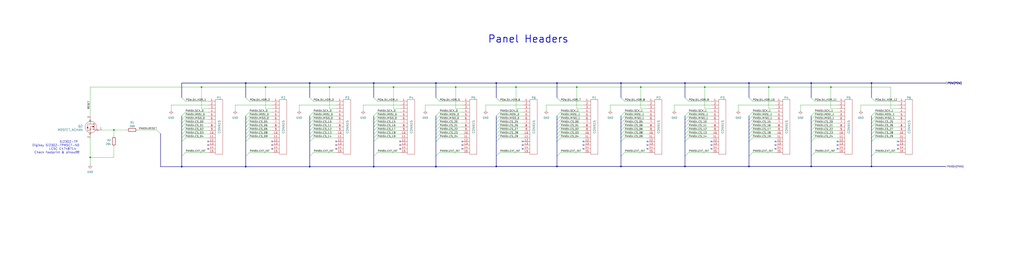
<source format=kicad_sch>
(kicad_sch (version 20230121) (generator eeschema)
  (paper "User" 711.2 190.5)
  (lib_symbols
    (symbol "Device:R" (pin_numbers hide) (pin_names (offset 0))
      (property "Reference" "R" (at 2.032 0 90))
      (property "Value" "R" (at 0 0 90))
      (symbol "R_0_1"
        (rectangle (start -1.016 -2.54) (end 1.016 2.54) (stroke (width 0.254)))
      )
      (symbol "R_1_1"
        (pin passive line (at 0 3.81 270) (length 1.27) (name "~") (number "1"))
        (pin passive line (at 0 -3.81 90) (length 1.27) (name "~") (number "2"))
      )
    )
    (symbol "arena_custom:CONN15" (pin_names (offset 1.016))
      (property "Reference" "P" (at -17.78 6.35 0))
      (property "Value" "CONN15" (at 13.97 6.35 0))
      (symbol "CONN15_0_1"
        (rectangle (start -19.05 5.08) (end 19.05 0))
      )
      (symbol "CONN15_1_1"
        (pin passive line (at -17.78 -5.08 90) (length 5.08) (name "~") (number "1"))
        (pin passive line (at 5.08 -5.08 90) (length 5.08) (name "~") (number "10"))
        (pin passive line (at 7.62 -5.08 90) (length 5.08) (name "~") (number "11"))
        (pin passive line (at 10.16 -5.08 90) (length 5.08) (name "~") (number "12"))
        (pin passive line (at 12.7 -5.08 90) (length 5.08) (name "~") (number "13"))
        (pin passive line (at 15.24 -5.08 90) (length 5.08) (name "~") (number "14"))
        (pin passive line (at 17.78 -5.08 90) (length 5.08) (name "~") (number "15"))
        (pin passive line (at -15.24 -5.08 90) (length 5.08) (name "~") (number "2"))
        (pin passive line (at -12.7 -5.08 90) (length 5.08) (name "~") (number "3"))
        (pin passive line (at -10.16 -5.08 90) (length 5.08) (name "~") (number "4"))
        (pin passive line (at -7.62 -5.08 90) (length 5.08) (name "~") (number "5"))
        (pin passive line (at -5.08 -5.08 90) (length 5.08) (name "~") (number "6"))
        (pin passive line (at -2.54 -5.08 90) (length 5.08) (name "~") (number "7"))
        (pin passive line (at 0 -5.08 90) (length 5.08) (name "~") (number "8"))
        (pin passive line (at 2.54 -5.08 90) (length 5.08) (name "~") (number "9"))
      )
    )
    (symbol "arena_custom:MOSFET_NCHAN" (pin_names (offset 1.016))
      (property "Reference" "Q" (at -4.826 6.35 0))
      (property "Value" "MOSFET_NCHAN" (at 0.381 -7.62 0))
      (symbol "MOSFET_NCHAN_0_1"
        (circle (center -0.508 2.032) (radius 3.9624))
        (polyline (pts (xy -6.858 0) (xy -5.842 0)))
        (polyline (pts (xy -2.54 0) (xy -2.54 1.016)) (stroke (width 0.254)))
        (polyline (pts (xy -2.54 1.778) (xy -2.54 2.794)) (stroke (width 0.254)))
        (polyline (pts (xy -2.54 3.556) (xy -2.54 4.572)) (stroke (width 0.254)))
        (polyline (pts (xy -0.254 4.064) (xy -2.54 4.064)))
        (polyline (pts (xy 0 -4.318) (xy 0 -1.524)))
        (polyline (pts (xy 0 0.508) (xy 0 -1.524)))
        (polyline (pts (xy 0 8.255) (xy 0 4.064)))
        (polyline (pts (xy 1.27 2.032) (xy 2.286 2.032)))
        (polyline (pts (xy -6.096 0) (xy -3.048 0) (xy -3.048 4.572)))
        (polyline (pts (xy -2.54 0.508) (xy 0 0.508) (xy 0 2.286) (xy -1.778 2.286)))
        (polyline (pts (xy -2.54 2.286) (xy -1.778 2.794) (xy -1.778 1.778) (xy -2.54 2.286)) (fill (type outline)))
        (polyline (pts (xy 0 -0.508) (xy 1.778 -0.508) (xy 1.778 4.064) (xy -0.254 4.064)))
        (polyline (pts (xy 1.778 2.032) (xy 1.27 1.27) (xy 2.286 1.27) (xy 1.778 2.032)) (fill (type outline)))
        (circle (center 0 0.508) (radius 0.254) (fill (type outline)))
      )
      (symbol "MOSFET_NCHAN_1_1"
        (pin input line (at -8.128 0 0) (length 1.27) (name "G") (number "1"))
        (pin input line (at 0 -5.588 90) (length 1.27) (name "S") (number "2"))
        (pin input line (at 0 9.525 270) (length 1.27) (name "D") (number "3"))
      )
    )
    (symbol "power:GND" (power) (pin_names (offset 0))
      (property "Value" "GND" (at 0 -3.81 0))
      (symbol "GND_0_1"
        (polyline (pts (xy 0 0) (xy 0 -1.27) (xy 1.27 -1.27) (xy 0 -2.54) (xy -1.27 -1.27) (xy 0 -1.27)))
      )
      (symbol "GND_1_1"
        (pin power_in line (at 0 0 270) (length 0) hide (name "GND") (number "1"))
      )
    )
  )
  (bus_alias "PAN" (members "RESET" "SCK_0" "MOSI_0" "MISO_0" "SCK_1" "MOSI_1" "MISO_1" "CS_00" "CS_01" "CS_02" "CS_03" "CS_04" "CS_05" "CS_06" "CS_07" "CS_08" "CS_09" "CS_10" "CS_11" "CS_12" "CS_13" "CS_14" "CS_15" "CS_16" "CS_17" "CS_18" "CS_19" "CS_20" "CS_21" "CS_22" "CS_23" "CS_24" "CS_25" "CS_26" "CS_27" "CS_28" "CS_29" "EXT_INT"))
  (junction (at 259.588 57.785))
  (junction (at 386.842 57.785))
  (junction (at 431.292 115.824))
  (junction (at 316.484 60.579))
  (junction (at 475.742 115.824))
  (junction (at 563.372 57.785))
  (junction (at 386.842 115.824))
  (junction (at 62.611 109.474))
  (junction (at 215.138 115.951))
  (junction (at 563.372 115.824))
  (junction (at 139.954 60.579))
  (junction (at 79.121 90.424))
  (junction (at 520.192 115.824))
  (junction (at 184.404 60.579))
  (junction (at 445.008 60.579))
  (junction (at 170.688 115.951))
  (junction (at 577.088 60.579))
  (junction (at 273.304 60.579))
  (junction (at 489.458 60.579))
  (junction (at 520.192 57.785))
  (junction (at 344.678 115.824))
  (junction (at 302.768 57.785))
  (junction (at 431.292 57.785))
  (junction (at 533.908 60.579))
  (junction (at 475.742 57.785))
  (junction (at 215.138 57.785))
  (junction (at 126.238 115.951))
  (junction (at 358.394 60.579))
  (junction (at 228.854 60.579))
  (junction (at 605.282 115.824))
  (junction (at 605.282 57.785))
  (junction (at 170.688 57.785))
  (junction (at 344.678 57.785))
  (junction (at 400.558 60.579))
  (junction (at 259.588 115.951))
  (junction (at 302.768 115.951))
  (no_connect (at 144.526 100.965))
  (no_connect (at 623.57 103.505))
  (no_connect (at 581.66 98.425))
  (no_connect (at 623.57 98.425))
  (no_connect (at 321.056 103.505))
  (no_connect (at 494.03 103.505))
  (no_connect (at 581.66 103.505))
  (no_connect (at 321.056 100.965))
  (no_connect (at 405.13 98.425))
  (no_connect (at 449.58 103.505))
  (no_connect (at 188.976 100.965))
  (no_connect (at 233.426 103.505))
  (no_connect (at 538.48 103.505))
  (no_connect (at 581.66 100.965))
  (no_connect (at 144.526 103.505))
  (no_connect (at 362.966 98.425))
  (no_connect (at 449.58 100.965))
  (no_connect (at 188.976 98.425))
  (no_connect (at 233.426 98.425))
  (no_connect (at 538.48 100.965))
  (no_connect (at 362.966 100.965))
  (no_connect (at 623.57 100.965))
  (no_connect (at 494.03 98.425))
  (no_connect (at 494.03 100.965))
  (no_connect (at 233.426 100.965))
  (no_connect (at 449.58 98.425))
  (no_connect (at 277.876 100.965))
  (no_connect (at 538.48 98.425))
  (no_connect (at 405.13 100.965))
  (no_connect (at 405.13 103.505))
  (no_connect (at 144.526 98.425))
  (no_connect (at 188.976 103.505))
  (no_connect (at 277.876 103.505))
  (no_connect (at 362.966 103.505))
  (no_connect (at 277.876 98.425))
  (no_connect (at 321.056 98.425))
  (bus_entry (at 563.372 88.265) (size 2.54 -2.54))
  (bus_entry (at 386.842 83.185) (size 2.54 -2.54))
  (bus_entry (at 302.768 80.645) (size 2.54 -2.54))
  (bus_entry (at 386.842 67.945) (size 2.54 2.54))
  (bus_entry (at 605.282 85.725) (size 2.54 -2.54))
  (bus_entry (at 475.742 98.425) (size 2.54 -2.54))
  (bus_entry (at 605.282 88.265) (size 2.54 -2.54))
  (bus_entry (at 344.678 90.805) (size 2.54 -2.54))
  (bus_entry (at 170.688 85.725) (size 2.54 -2.54))
  (bus_entry (at 259.588 98.425) (size 2.54 -2.54))
  (bus_entry (at 520.192 95.885) (size 2.54 -2.54))
  (bus_entry (at 126.238 85.725) (size 2.54 -2.54))
  (bus_entry (at 215.138 90.805) (size 2.54 -2.54))
  (bus_entry (at 215.138 98.425) (size 2.54 -2.54))
  (bus_entry (at 563.372 108.585) (size 2.54 -2.54))
  (bus_entry (at 126.238 80.645) (size 2.54 -2.54))
  (bus_entry (at 126.238 67.945) (size 2.54 2.54))
  (bus_entry (at 475.742 90.805) (size 2.54 -2.54))
  (bus_entry (at 605.282 80.645) (size 2.54 -2.54))
  (bus_entry (at 170.688 93.345) (size 2.54 -2.54))
  (bus_entry (at 520.192 83.185) (size 2.54 -2.54))
  (bus_entry (at 259.588 90.805) (size 2.54 -2.54))
  (bus_entry (at 170.688 95.885) (size 2.54 -2.54))
  (bus_entry (at 475.742 80.645) (size 2.54 -2.54))
  (bus_entry (at 431.292 98.425) (size 2.54 -2.54))
  (bus_entry (at 344.678 80.645) (size 2.54 -2.54))
  (bus_entry (at 344.678 85.725) (size 2.54 -2.54))
  (bus_entry (at 344.678 93.345) (size 2.54 -2.54))
  (bus_entry (at 386.842 88.265) (size 2.54 -2.54))
  (bus_entry (at 431.292 85.725) (size 2.54 -2.54))
  (bus_entry (at 215.138 80.645) (size 2.54 -2.54))
  (bus_entry (at 302.768 93.345) (size 2.54 -2.54))
  (bus_entry (at 126.238 95.885) (size 2.54 -2.54))
  (bus_entry (at 520.192 67.945) (size 2.54 2.54))
  (bus_entry (at 170.688 98.425) (size 2.54 -2.54))
  (bus_entry (at 475.742 85.725) (size 2.54 -2.54))
  (bus_entry (at 215.138 93.345) (size 2.54 -2.54))
  (bus_entry (at 386.842 95.885) (size 2.54 -2.54))
  (bus_entry (at 344.678 108.585) (size 2.54 -2.54))
  (bus_entry (at 563.372 95.885) (size 2.54 -2.54))
  (bus_entry (at 259.588 80.645) (size 2.54 -2.54))
  (bus_entry (at 215.138 88.265) (size 2.54 -2.54))
  (bus_entry (at 386.842 98.425) (size 2.54 -2.54))
  (bus_entry (at 475.742 95.885) (size 2.54 -2.54))
  (bus_entry (at 386.842 93.345) (size 2.54 -2.54))
  (bus_entry (at 170.688 108.585) (size 2.54 -2.54))
  (bus_entry (at 215.138 85.725) (size 2.54 -2.54))
  (bus_entry (at 111.506 92.964) (size -2.54 -2.54))
  (bus_entry (at 475.742 108.585) (size 2.54 -2.54))
  (bus_entry (at 563.372 83.185) (size 2.54 -2.54))
  (bus_entry (at 302.768 95.885) (size 2.54 -2.54))
  (bus_entry (at 302.768 108.585) (size 2.54 -2.54))
  (bus_entry (at 344.678 83.185) (size 2.54 -2.54))
  (bus_entry (at 431.292 93.345) (size 2.54 -2.54))
  (bus_entry (at 259.588 93.345) (size 2.54 -2.54))
  (bus_entry (at 344.678 98.425) (size 2.54 -2.54))
  (bus_entry (at 605.282 83.185) (size 2.54 -2.54))
  (bus_entry (at 215.138 95.885) (size 2.54 -2.54))
  (bus_entry (at 605.282 108.585) (size 2.54 -2.54))
  (bus_entry (at 431.292 80.645) (size 2.54 -2.54))
  (bus_entry (at 475.742 83.185) (size 2.54 -2.54))
  (bus_entry (at 126.238 83.185) (size 2.54 -2.54))
  (bus_entry (at 302.768 98.425) (size 2.54 -2.54))
  (bus_entry (at 259.588 85.725) (size 2.54 -2.54))
  (bus_entry (at 344.678 67.945) (size 2.54 2.54))
  (bus_entry (at 431.292 67.945) (size 2.54 2.54))
  (bus_entry (at 520.192 93.345) (size 2.54 -2.54))
  (bus_entry (at 126.238 90.805) (size 2.54 -2.54))
  (bus_entry (at 259.588 67.945) (size 2.54 2.54))
  (bus_entry (at 344.678 95.885) (size 2.54 -2.54))
  (bus_entry (at 605.282 98.425) (size 2.54 -2.54))
  (bus_entry (at 344.678 88.265) (size 2.54 -2.54))
  (bus_entry (at 431.292 88.265) (size 2.54 -2.54))
  (bus_entry (at 563.372 98.425) (size 2.54 -2.54))
  (bus_entry (at 475.742 67.945) (size 2.54 2.54))
  (bus_entry (at 520.192 98.425) (size 2.54 -2.54))
  (bus_entry (at 563.372 90.805) (size 2.54 -2.54))
  (bus_entry (at 170.688 83.185) (size 2.54 -2.54))
  (bus_entry (at 475.742 93.345) (size 2.54 -2.54))
  (bus_entry (at 170.688 90.805) (size 2.54 -2.54))
  (bus_entry (at 386.842 108.585) (size 2.54 -2.54))
  (bus_entry (at 259.588 88.265) (size 2.54 -2.54))
  (bus_entry (at 259.588 95.885) (size 2.54 -2.54))
  (bus_entry (at 520.192 88.265) (size 2.54 -2.54))
  (bus_entry (at 126.238 88.265) (size 2.54 -2.54))
  (bus_entry (at 563.372 67.945) (size 2.54 2.54))
  (bus_entry (at 302.768 67.945) (size 2.54 2.54))
  (bus_entry (at 215.138 108.585) (size 2.54 -2.54))
  (bus_entry (at 302.768 90.805) (size 2.54 -2.54))
  (bus_entry (at 475.742 88.265) (size 2.54 -2.54))
  (bus_entry (at 563.372 93.345) (size 2.54 -2.54))
  (bus_entry (at 605.282 95.885) (size 2.54 -2.54))
  (bus_entry (at 126.238 98.425) (size 2.54 -2.54))
  (bus_entry (at 126.238 93.345) (size 2.54 -2.54))
  (bus_entry (at 431.292 90.805) (size 2.54 -2.54))
  (bus_entry (at 170.688 88.265) (size 2.54 -2.54))
  (bus_entry (at 431.292 83.185) (size 2.54 -2.54))
  (bus_entry (at 563.372 80.645) (size 2.54 -2.54))
  (bus_entry (at 259.588 108.585) (size 2.54 -2.54))
  (bus_entry (at 215.138 83.185) (size 2.54 -2.54))
  (bus_entry (at 520.192 108.585) (size 2.54 -2.54))
  (bus_entry (at 302.768 85.725) (size 2.54 -2.54))
  (bus_entry (at 126.238 108.585) (size 2.54 -2.54))
  (bus_entry (at 386.842 85.725) (size 2.54 -2.54))
  (bus_entry (at 520.192 80.645) (size 2.54 -2.54))
  (bus_entry (at 170.688 67.945) (size 2.54 2.54))
  (bus_entry (at 386.842 80.645) (size 2.54 -2.54))
  (bus_entry (at 431.292 95.885) (size 2.54 -2.54))
  (bus_entry (at 605.282 93.345) (size 2.54 -2.54))
  (bus_entry (at 520.192 90.805) (size 2.54 -2.54))
  (bus_entry (at 302.768 83.185) (size 2.54 -2.54))
  (bus_entry (at 605.282 90.805) (size 2.54 -2.54))
  (bus_entry (at 259.588 83.185) (size 2.54 -2.54))
  (bus_entry (at 170.688 80.645) (size 2.54 -2.54))
  (bus_entry (at 431.292 108.585) (size 2.54 -2.54))
  (bus_entry (at 605.282 67.945) (size 2.54 2.54))
  (bus_entry (at 386.842 90.805) (size 2.54 -2.54))
  (bus_entry (at 563.372 85.725) (size 2.54 -2.54))
  (bus_entry (at 215.138 67.945) (size 2.54 2.54))
  (bus_entry (at 302.768 88.265) (size 2.54 -2.54))
  (bus_entry (at 520.192 85.725) (size 2.54 -2.54))
  (wire (pts (xy 184.404 75.565) (xy 184.404 60.579)))
  (wire (pts (xy 565.912 95.885) (xy 581.66 95.885)))
  (bus (pts (xy 259.588 115.951) (xy 302.768 115.951)))
  (bus (pts (xy 170.688 115.951) (xy 215.138 115.951)))
  (wire (pts (xy 305.308 93.345) (xy 321.056 93.345)))
  (bus (pts (xy 111.506 92.964) (xy 111.506 115.951)))
  (wire (pts (xy 597.916 73.025) (xy 623.57 73.025)))
  (bus (pts (xy 259.588 115.951) (xy 259.588 108.585)))
  (wire (pts (xy 533.908 75.565) (xy 533.908 60.579)))
  (wire (pts (xy 556.006 73.025) (xy 556.006 76.835)))
  (wire (pts (xy 433.832 93.345) (xy 449.58 93.345)))
  (bus (pts (xy 126.238 83.185) (xy 126.238 85.725)))
  (wire (pts (xy 478.282 88.265) (xy 494.03 88.265)))
  (bus (pts (xy 431.292 88.265) (xy 431.292 90.805)))
  (bus (pts (xy 475.742 88.265) (xy 475.742 90.805)))
  (wire (pts (xy 108.966 90.424) (xy 95.631 90.424)))
  (bus (pts (xy 215.138 90.805) (xy 215.138 93.345)))
  (bus (pts (xy 605.282 85.725) (xy 605.282 88.265)))
  (bus (pts (xy 170.688 95.885) (xy 170.688 98.425)))
  (bus (pts (xy 475.742 80.645) (xy 475.742 83.185)))
  (wire (pts (xy 262.128 95.885) (xy 277.876 95.885)))
  (bus (pts (xy 563.372 85.725) (xy 563.372 88.265)))
  (bus (pts (xy 126.238 95.885) (xy 126.238 98.425)))
  (bus (pts (xy 563.372 108.585) (xy 563.372 98.425)))
  (wire (pts (xy 433.832 83.185) (xy 449.58 83.185)))
  (bus (pts (xy 302.768 83.185) (xy 302.768 85.725)))
  (bus (pts (xy 386.842 108.585) (xy 386.842 115.824)))
  (wire (pts (xy 295.402 73.025) (xy 295.402 76.835)))
  (bus (pts (xy 386.842 98.425) (xy 386.842 108.585)))
  (wire (pts (xy 252.222 73.025) (xy 252.222 76.835)))
  (bus (pts (xy 520.192 93.345) (xy 520.192 95.885)))
  (wire (pts (xy 478.282 78.105) (xy 494.03 78.105)))
  (bus (pts (xy 344.678 80.645) (xy 344.678 83.185)))
  (bus (pts (xy 215.138 115.951) (xy 215.138 108.585)))
  (wire (pts (xy 565.912 80.645) (xy 581.66 80.645)))
  (wire (pts (xy 128.778 95.885) (xy 144.526 95.885)))
  (bus (pts (xy 520.192 108.585) (xy 520.192 98.425)))
  (bus (pts (xy 520.192 83.185) (xy 520.192 85.725)))
  (wire (pts (xy 305.308 106.045) (xy 321.056 106.045)))
  (bus (pts (xy 302.768 57.785) (xy 302.768 67.945)))
  (wire (pts (xy 305.308 90.805) (xy 321.056 90.805)))
  (wire (pts (xy 478.282 80.645) (xy 494.03 80.645)))
  (wire (pts (xy 62.611 109.474) (xy 62.611 114.554)))
  (bus (pts (xy 259.588 93.345) (xy 259.588 95.885)))
  (wire (pts (xy 173.228 70.485) (xy 188.976 70.485)))
  (wire (pts (xy 362.966 75.565) (xy 358.394 75.565)))
  (bus (pts (xy 386.842 88.265) (xy 386.842 90.805)))
  (wire (pts (xy 277.876 75.565) (xy 273.304 75.565)))
  (bus (pts (xy 431.292 80.645) (xy 431.292 83.185)))
  (wire (pts (xy 128.778 80.645) (xy 144.526 80.645)))
  (wire (pts (xy 445.008 75.565) (xy 445.008 60.579)))
  (wire (pts (xy 217.678 78.105) (xy 233.426 78.105)))
  (bus (pts (xy 344.678 115.824) (xy 386.842 115.824)))
  (wire (pts (xy 262.128 93.345) (xy 277.876 93.345)))
  (bus (pts (xy 302.768 90.805) (xy 302.768 93.345)))
  (wire (pts (xy 347.218 90.805) (xy 362.966 90.805)))
  (wire (pts (xy 389.382 93.345) (xy 405.13 93.345)))
  (bus (pts (xy 475.742 115.824) (xy 520.192 115.824)))
  (wire (pts (xy 478.282 70.485) (xy 494.03 70.485)))
  (wire (pts (xy 607.822 93.345) (xy 623.57 93.345)))
  (wire (pts (xy 128.778 78.105) (xy 144.526 78.105)))
  (bus (pts (xy 170.688 98.425) (xy 170.688 108.585)))
  (wire (pts (xy 316.484 60.579) (xy 358.394 60.579)))
  (wire (pts (xy 337.312 73.025) (xy 362.966 73.025)))
  (bus (pts (xy 431.292 115.824) (xy 475.742 115.824)))
  (wire (pts (xy 607.822 78.105) (xy 623.57 78.105)))
  (bus (pts (xy 344.678 57.785) (xy 344.678 67.945)))
  (wire (pts (xy 522.732 85.725) (xy 538.48 85.725)))
  (wire (pts (xy 433.832 80.645) (xy 449.58 80.645)))
  (wire (pts (xy 173.228 93.345) (xy 188.976 93.345)))
  (wire (pts (xy 128.778 90.805) (xy 144.526 90.805)))
  (wire (pts (xy 522.732 78.105) (xy 538.48 78.105)))
  (bus (pts (xy 259.588 85.725) (xy 259.588 88.265)))
  (wire (pts (xy 389.382 85.725) (xy 405.13 85.725)))
  (wire (pts (xy 468.376 73.025) (xy 468.376 76.835)))
  (bus (pts (xy 302.768 108.585) (xy 302.768 98.425)))
  (wire (pts (xy 184.404 60.579) (xy 228.854 60.579)))
  (wire (pts (xy 217.678 70.485) (xy 233.426 70.485)))
  (bus (pts (xy 215.138 85.725) (xy 215.138 88.265)))
  (bus (pts (xy 386.842 95.885) (xy 386.842 98.425)))
  (wire (pts (xy 273.304 75.565) (xy 273.304 60.579)))
  (wire (pts (xy 128.778 83.185) (xy 144.526 83.185)))
  (wire (pts (xy 522.732 80.645) (xy 538.48 80.645)))
  (bus (pts (xy 605.282 115.824) (xy 656.336 115.824)))
  (wire (pts (xy 173.228 95.885) (xy 188.976 95.885)))
  (bus (pts (xy 520.192 108.585) (xy 520.192 115.824)))
  (bus (pts (xy 605.282 57.785) (xy 656.59 57.785)))
  (wire (pts (xy 478.282 93.345) (xy 494.03 93.345)))
  (wire (pts (xy 445.008 60.579) (xy 489.458 60.579)))
  (bus (pts (xy 431.292 98.425) (xy 431.292 108.585)))
  (bus (pts (xy 344.678 90.805) (xy 344.678 93.345)))
  (wire (pts (xy 522.732 83.185) (xy 538.48 83.185)))
  (wire (pts (xy 565.912 93.345) (xy 581.66 93.345)))
  (bus (pts (xy 386.842 85.725) (xy 386.842 88.265)))
  (bus (pts (xy 386.842 90.805) (xy 386.842 93.345)))
  (wire (pts (xy 207.772 73.025) (xy 233.426 73.025)))
  (wire (pts (xy 228.854 75.565) (xy 228.854 60.579)))
  (wire (pts (xy 347.218 95.885) (xy 362.966 95.885)))
  (wire (pts (xy 262.128 70.485) (xy 277.876 70.485)))
  (wire (pts (xy 128.778 85.725) (xy 144.526 85.725)))
  (wire (pts (xy 347.218 83.185) (xy 362.966 83.185)))
  (wire (pts (xy 347.218 70.485) (xy 362.966 70.485)))
  (wire (pts (xy 173.228 85.725) (xy 188.976 85.725)))
  (wire (pts (xy 565.912 83.185) (xy 581.66 83.185)))
  (wire (pts (xy 538.48 75.565) (xy 533.908 75.565)))
  (bus (pts (xy 431.292 57.785) (xy 431.292 67.945)))
  (bus (pts (xy 215.138 95.885) (xy 215.138 98.425)))
  (wire (pts (xy 305.308 83.185) (xy 321.056 83.185)))
  (bus (pts (xy 605.282 108.585) (xy 605.282 115.824)))
  (bus (pts (xy 520.192 90.805) (xy 520.192 93.345)))
  (bus (pts (xy 170.688 90.805) (xy 170.688 93.345)))
  (bus (pts (xy 386.842 83.185) (xy 386.842 85.725)))
  (bus (pts (xy 344.678 108.585) (xy 344.678 98.425)))
  (bus (pts (xy 215.138 57.785) (xy 259.588 57.785)))
  (bus (pts (xy 431.292 57.785) (xy 475.742 57.785)))
  (bus (pts (xy 215.138 80.645) (xy 215.138 83.185)))
  (bus (pts (xy 605.282 80.645) (xy 605.282 83.185)))
  (bus (pts (xy 126.238 88.265) (xy 126.238 90.805)))
  (bus (pts (xy 520.192 85.725) (xy 520.192 88.265)))
  (wire (pts (xy 565.912 85.725) (xy 581.66 85.725)))
  (bus (pts (xy 215.138 108.585) (xy 215.138 98.425)))
  (bus (pts (xy 563.372 57.785) (xy 605.282 57.785)))
  (wire (pts (xy 217.678 83.185) (xy 233.426 83.185)))
  (bus (pts (xy 126.238 93.345) (xy 126.238 95.885)))
  (wire (pts (xy 577.088 60.579) (xy 618.617 60.579)))
  (bus (pts (xy 259.588 57.785) (xy 302.768 57.785)))
  (wire (pts (xy 478.282 106.045) (xy 494.03 106.045)))
  (bus (pts (xy 520.192 57.785) (xy 563.372 57.785)))
  (bus (pts (xy 475.742 98.425) (xy 475.742 108.585)))
  (wire (pts (xy 262.128 88.265) (xy 277.876 88.265)))
  (bus (pts (xy 386.842 80.645) (xy 386.842 83.185)))
  (wire (pts (xy 607.822 83.185) (xy 623.57 83.185)))
  (bus (pts (xy 605.282 108.585) (xy 605.282 98.425)))
  (wire (pts (xy 449.58 75.565) (xy 445.008 75.565)))
  (bus (pts (xy 344.678 85.725) (xy 344.678 88.265)))
  (wire (pts (xy 607.822 70.485) (xy 623.57 70.485)))
  (bus (pts (xy 563.372 88.265) (xy 563.372 90.805)))
  (wire (pts (xy 423.926 73.025) (xy 449.58 73.025)))
  (wire (pts (xy 305.308 80.645) (xy 321.056 80.645)))
  (bus (pts (xy 259.588 108.585) (xy 259.588 98.425)))
  (wire (pts (xy 128.778 70.485) (xy 144.526 70.485)))
  (wire (pts (xy 79.121 90.424) (xy 70.739 90.424)))
  (bus (pts (xy 344.678 115.951) (xy 344.678 115.824)))
  (wire (pts (xy 128.778 106.045) (xy 144.526 106.045)))
  (bus (pts (xy 126.238 108.585) (xy 126.238 115.951)))
  (bus (pts (xy 344.678 93.345) (xy 344.678 95.885)))
  (wire (pts (xy 478.282 85.725) (xy 494.03 85.725)))
  (wire (pts (xy 565.912 70.485) (xy 581.66 70.485)))
  (wire (pts (xy 252.222 73.025) (xy 277.876 73.025)))
  (wire (pts (xy 128.778 88.265) (xy 144.526 88.265)))
  (wire (pts (xy 233.426 75.565) (xy 228.854 75.565)))
  (wire (pts (xy 565.912 90.805) (xy 581.66 90.805)))
  (wire (pts (xy 173.228 106.045) (xy 188.976 106.045)))
  (bus (pts (xy 344.678 83.185) (xy 344.678 85.725)))
  (wire (pts (xy 533.908 60.579) (xy 577.088 60.579)))
  (bus (pts (xy 344.678 88.265) (xy 344.678 90.805)))
  (wire (pts (xy 478.282 95.885) (xy 494.03 95.885)))
  (bus (pts (xy 259.588 90.805) (xy 259.588 93.345)))
  (bus (pts (xy 170.688 93.345) (xy 170.688 95.885)))
  (bus (pts (xy 126.238 85.725) (xy 126.238 88.265)))
  (wire (pts (xy 358.394 75.565) (xy 358.394 60.579)))
  (wire (pts (xy 347.218 85.725) (xy 362.966 85.725)))
  (bus (pts (xy 302.768 93.345) (xy 302.768 95.885)))
  (wire (pts (xy 607.822 80.645) (xy 623.57 80.645)))
  (wire (pts (xy 468.376 73.025) (xy 494.03 73.025)))
  (bus (pts (xy 520.192 88.265) (xy 520.192 90.805)))
  (wire (pts (xy 347.218 88.265) (xy 362.966 88.265)))
  (wire (pts (xy 62.611 96.012) (xy 62.611 109.474)))
  (bus (pts (xy 215.138 57.785) (xy 215.138 67.945)))
  (wire (pts (xy 581.66 75.565) (xy 577.088 75.565)))
  (wire (pts (xy 433.832 78.105) (xy 449.58 78.105)))
  (bus (pts (xy 431.292 95.885) (xy 431.292 98.425)))
  (bus (pts (xy 520.192 95.885) (xy 520.192 98.425)))
  (wire (pts (xy 163.322 73.025) (xy 188.976 73.025)))
  (wire (pts (xy 607.822 90.805) (xy 623.57 90.805)))
  (wire (pts (xy 400.558 60.579) (xy 445.008 60.579)))
  (bus (pts (xy 431.292 83.185) (xy 431.292 85.725)))
  (bus (pts (xy 126.238 115.951) (xy 170.688 115.951)))
  (wire (pts (xy 305.308 85.725) (xy 321.056 85.725)))
  (wire (pts (xy 565.912 78.105) (xy 581.66 78.105)))
  (wire (pts (xy 389.382 80.645) (xy 405.13 80.645)))
  (wire (pts (xy 597.916 73.025) (xy 597.916 76.835)))
  (wire (pts (xy 512.826 73.025) (xy 512.826 76.835)))
  (wire (pts (xy 262.128 90.805) (xy 277.876 90.805)))
  (wire (pts (xy 512.826 73.025) (xy 538.48 73.025)))
  (bus (pts (xy 170.688 85.725) (xy 170.688 88.265)))
  (wire (pts (xy 607.822 88.265) (xy 623.57 88.265)))
  (bus (pts (xy 520.192 115.824) (xy 563.372 115.824)))
  (wire (pts (xy 173.228 78.105) (xy 188.976 78.105)))
  (bus (pts (xy 475.742 57.785) (xy 520.192 57.785)))
  (wire (pts (xy 607.822 95.885) (xy 623.57 95.885)))
  (wire (pts (xy 522.732 70.485) (xy 538.48 70.485)))
  (wire (pts (xy 321.056 75.565) (xy 316.484 75.565)))
  (bus (pts (xy 170.688 57.785) (xy 215.138 57.785)))
  (wire (pts (xy 228.854 60.579) (xy 273.304 60.579)))
  (bus (pts (xy 475.742 95.885) (xy 475.742 98.425)))
  (wire (pts (xy 273.304 60.579) (xy 316.484 60.579)))
  (bus (pts (xy 344.678 57.785) (xy 386.842 57.785)))
  (wire (pts (xy 522.732 88.265) (xy 538.48 88.265)))
  (bus (pts (xy 386.842 57.785) (xy 431.292 57.785)))
  (wire (pts (xy 217.678 95.885) (xy 233.426 95.885)))
  (wire (pts (xy 188.976 75.565) (xy 184.404 75.565)))
  (bus (pts (xy 475.742 90.805) (xy 475.742 93.345)))
  (bus (pts (xy 605.282 83.185) (xy 605.282 85.725)))
  (wire (pts (xy 494.03 75.565) (xy 489.458 75.565)))
  (wire (pts (xy 389.382 88.265) (xy 405.13 88.265)))
  (bus (pts (xy 563.372 57.785) (xy 563.372 67.945)))
  (wire (pts (xy 379.476 73.025) (xy 379.476 76.835)))
  (wire (pts (xy 556.006 73.025) (xy 581.66 73.025)))
  (bus (pts (xy 126.238 98.425) (xy 126.238 108.585)))
  (wire (pts (xy 217.678 90.805) (xy 233.426 90.805)))
  (bus (pts (xy 126.238 80.645) (xy 126.238 83.185)))
  (bus (pts (xy 563.372 95.885) (xy 563.372 98.425)))
  (bus (pts (xy 111.506 115.951) (xy 126.238 115.951)))
  (wire (pts (xy 62.611 60.579) (xy 62.611 80.899)))
  (bus (pts (xy 386.842 57.785) (xy 386.842 67.945)))
  (wire (pts (xy 433.832 88.265) (xy 449.58 88.265)))
  (wire (pts (xy 358.394 60.579) (xy 400.558 60.579)))
  (wire (pts (xy 305.308 70.485) (xy 321.056 70.485)))
  (wire (pts (xy 62.611 60.579) (xy 139.954 60.579)))
  (bus (pts (xy 431.292 90.805) (xy 431.292 93.345)))
  (bus (pts (xy 215.138 115.951) (xy 259.588 115.951)))
  (wire (pts (xy 478.282 90.805) (xy 494.03 90.805)))
  (wire (pts (xy 173.228 88.265) (xy 188.976 88.265)))
  (bus (pts (xy 259.588 57.785) (xy 259.588 67.945)))
  (wire (pts (xy 522.732 106.045) (xy 538.48 106.045)))
  (wire (pts (xy 262.128 85.725) (xy 277.876 85.725)))
  (wire (pts (xy 262.128 80.645) (xy 277.876 80.645)))
  (wire (pts (xy 347.218 93.345) (xy 362.966 93.345)))
  (wire (pts (xy 262.128 106.045) (xy 277.876 106.045)))
  (bus (pts (xy 475.742 85.725) (xy 475.742 88.265)))
  (wire (pts (xy 522.732 93.345) (xy 538.48 93.345)))
  (wire (pts (xy 139.954 60.579) (xy 184.404 60.579)))
  (bus (pts (xy 170.688 88.265) (xy 170.688 90.805)))
  (bus (pts (xy 386.842 93.345) (xy 386.842 95.885)))
  (wire (pts (xy 144.526 75.565) (xy 139.954 75.565)))
  (wire (pts (xy 577.088 75.565) (xy 577.088 60.579)))
  (wire (pts (xy 489.458 60.579) (xy 533.908 60.579)))
  (wire (pts (xy 389.382 70.485) (xy 405.13 70.485)))
  (bus (pts (xy 259.588 88.265) (xy 259.588 90.805)))
  (bus (pts (xy 431.292 108.585) (xy 431.292 115.824)))
  (wire (pts (xy 217.678 88.265) (xy 233.426 88.265)))
  (bus (pts (xy 170.688 57.785) (xy 170.688 67.945)))
  (wire (pts (xy 217.678 106.045) (xy 233.426 106.045)))
  (wire (pts (xy 88.011 90.424) (xy 79.121 90.424)))
  (bus (pts (xy 215.138 88.265) (xy 215.138 90.805)))
  (bus (pts (xy 520.192 80.645) (xy 520.192 83.185)))
  (wire (pts (xy 217.678 93.345) (xy 233.426 93.345)))
  (wire (pts (xy 423.926 73.025) (xy 423.926 76.835)))
  (bus (pts (xy 431.292 93.345) (xy 431.292 95.885)))
  (bus (pts (xy 475.742 108.585) (xy 475.742 115.824)))
  (wire (pts (xy 389.382 83.185) (xy 405.13 83.185)))
  (wire (pts (xy 337.312 73.025) (xy 337.312 76.835)))
  (wire (pts (xy 347.218 78.105) (xy 362.966 78.105)))
  (wire (pts (xy 207.772 73.025) (xy 207.772 76.835)))
  (bus (pts (xy 475.742 93.345) (xy 475.742 95.885)))
  (bus (pts (xy 259.588 80.645) (xy 259.588 83.185)))
  (wire (pts (xy 118.872 73.025) (xy 118.872 76.835)))
  (bus (pts (xy 126.238 67.945) (xy 126.238 57.785)))
  (wire (pts (xy 389.382 106.045) (xy 405.13 106.045)))
  (wire (pts (xy 607.822 85.725) (xy 623.57 85.725)))
  (wire (pts (xy 139.954 75.565) (xy 139.954 60.579)))
  (bus (pts (xy 563.372 83.185) (xy 563.372 85.725)))
  (wire (pts (xy 433.832 106.045) (xy 449.58 106.045)))
  (bus (pts (xy 302.768 95.885) (xy 302.768 98.425)))
  (bus (pts (xy 563.372 115.824) (xy 605.282 115.824)))
  (wire (pts (xy 478.282 83.185) (xy 494.03 83.185)))
  (bus (pts (xy 259.588 83.185) (xy 259.588 85.725)))
  (bus (pts (xy 126.238 90.805) (xy 126.238 93.345)))
  (wire (pts (xy 217.678 80.645) (xy 233.426 80.645)))
  (wire (pts (xy 389.382 95.885) (xy 405.13 95.885)))
  (bus (pts (xy 605.282 88.265) (xy 605.282 90.805)))
  (wire (pts (xy 118.872 73.025) (xy 144.526 73.025)))
  (bus (pts (xy 605.282 93.345) (xy 605.282 95.885)))
  (wire (pts (xy 433.832 90.805) (xy 449.58 90.805)))
  (bus (pts (xy 605.282 95.885) (xy 605.282 98.425)))
  (bus (pts (xy 170.688 108.585) (xy 170.688 115.951)))
  (wire (pts (xy 173.228 80.645) (xy 188.976 80.645)))
  (wire (pts (xy 163.322 73.025) (xy 163.322 76.835)))
  (wire (pts (xy 618.617 75.565) (xy 623.57 75.565)))
  (bus (pts (xy 563.372 90.805) (xy 563.372 93.345)))
  (bus (pts (xy 302.768 88.265) (xy 302.768 90.805)))
  (wire (pts (xy 379.476 73.025) (xy 405.13 73.025)))
  (wire (pts (xy 316.484 75.565) (xy 316.484 60.579)))
  (wire (pts (xy 217.678 85.725) (xy 233.426 85.725)))
  (wire (pts (xy 389.382 78.105) (xy 405.13 78.105)))
  (wire (pts (xy 262.128 78.105) (xy 277.876 78.105)))
  (bus (pts (xy 302.768 57.785) (xy 344.678 57.785)))
  (wire (pts (xy 405.13 75.565) (xy 400.558 75.565)))
  (wire (pts (xy 433.832 95.885) (xy 449.58 95.885)))
  (wire (pts (xy 489.458 75.565) (xy 489.458 60.579)))
  (wire (pts (xy 79.121 109.474) (xy 62.611 109.474)))
  (bus (pts (xy 520.192 57.785) (xy 520.192 67.945)))
  (wire (pts (xy 128.778 93.345) (xy 144.526 93.345)))
  (bus (pts (xy 215.138 93.345) (xy 215.138 95.885)))
  (bus (pts (xy 344.678 115.824) (xy 344.678 108.585)))
  (wire (pts (xy 305.308 95.885) (xy 321.056 95.885)))
  (bus (pts (xy 475.742 57.785) (xy 475.742 67.945)))
  (bus (pts (xy 475.742 83.185) (xy 475.742 85.725)))
  (wire (pts (xy 347.218 106.045) (xy 362.966 106.045)))
  (bus (pts (xy 259.588 95.885) (xy 259.588 98.425)))
  (wire (pts (xy 433.832 70.485) (xy 449.58 70.485)))
  (bus (pts (xy 215.138 83.185) (xy 215.138 85.725)))
  (bus (pts (xy 431.292 115.824) (xy 394.716 115.824)))
  (bus (pts (xy 302.768 115.951) (xy 302.768 108.585)))
  (wire (pts (xy 173.228 83.185) (xy 188.976 83.185)))
  (bus (pts (xy 126.238 57.785) (xy 170.688 57.785)))
  (bus (pts (xy 344.678 95.885) (xy 344.678 98.425)))
  (wire (pts (xy 295.402 73.025) (xy 321.056 73.025)))
  (wire (pts (xy 607.822 106.045) (xy 623.57 106.045)))
  (bus (pts (xy 170.688 83.185) (xy 170.688 85.725)))
  (wire (pts (xy 305.308 88.265) (xy 321.056 88.265)))
  (bus (pts (xy 563.372 93.345) (xy 563.372 95.885)))
  (wire (pts (xy 400.558 75.565) (xy 400.558 60.579)))
  (wire (pts (xy 262.128 83.185) (xy 277.876 83.185)))
  (wire (pts (xy 79.121 102.108) (xy 79.121 109.474)))
  (wire (pts (xy 389.382 90.805) (xy 405.13 90.805)))
  (bus (pts (xy 302.768 80.645) (xy 302.768 83.185)))
  (bus (pts (xy 563.372 108.585) (xy 563.372 115.824)))
  (wire (pts (xy 522.732 90.805) (xy 538.48 90.805)))
  (bus (pts (xy 170.688 80.645) (xy 170.688 83.185)))
  (wire (pts (xy 79.121 90.424) (xy 79.121 94.488)))
  (wire (pts (xy 347.218 80.645) (xy 362.966 80.645)))
  (wire (pts (xy 173.228 90.805) (xy 188.976 90.805)))
  (bus (pts (xy 431.292 85.725) (xy 431.292 88.265)))
  (wire (pts (xy 618.617 75.565) (xy 618.617 60.579)))
  (wire (pts (xy 522.732 95.885) (xy 538.48 95.885)))
  (wire (pts (xy 565.912 106.045) (xy 581.66 106.045)))
  (bus (pts (xy 386.842 115.824) (xy 394.589 115.824)))
  (bus (pts (xy 605.282 90.805) (xy 605.282 93.345)))
  (wire (pts (xy 433.832 85.725) (xy 449.58 85.725)))
  (bus (pts (xy 302.768 85.725) (xy 302.768 88.265)))
  (bus (pts (xy 302.768 115.951) (xy 344.678 115.951)))
  (bus (pts (xy 563.372 80.645) (xy 563.372 83.185)))
  (wire (pts (xy 305.308 78.105) (xy 321.056 78.105)))
  (bus (pts (xy 605.282 57.785) (xy 605.282 67.945)))
  (wire (pts (xy 565.912 88.265) (xy 581.66 88.265)))
  (text "Panel Headers" (at 338.709 30.226 0) (effects (font (size 5.08 5.08) (thickness 0.508) bold) (justify left bottom)))
  (text "SI2302-TP \nDigikey SI2302-TPMSCT-ND\nLCSC C4748714  \nCheck footprint & pinout!!!" (at 55.245 107.061 0) (effects (font (size 1.524 1.524)) (justify right bottom)))
  (label "PAN5V.CS_25" (at 607.822 85.725 0))
  (label "PAN5V.CS_25" (at 347.218 85.725 0))
  (label "PAN5V.CS_17" (at 262.128 90.805 0))
  (label "PAN5V.MOSI_0" (at 128.778 80.645 0))
  (label "PAN5V.CS_20" (at 305.308 85.725 0))
  (label "PAN5V.CS_06" (at 433.832 88.265 0))
  (label "PAN5V.EXT_INT" (at 262.255 106.045 0))
  (label "PAN5V.CS_04" (at 128.778 95.885 0))
  (label "PAN5V.CS_28" (at 347.218 93.345 0))
  (label "PAN5V.CS_02" (at 128.778 90.805 0))
  (label "PAN5V.CS_08" (at 173.228 93.345 0))
  (label "PAN5V.SCK_1" (at 389.382 78.105 0))
  (label "PAN5V.CS_19" (at 522.732 95.885 0))
  (label "PAN5V.CS_28" (at 607.822 93.345 0))
  (label "PAN5V.EXT_INT" (at 389.509 106.045 0))
  (label "PAN5V.CS_24" (at 565.912 95.885 0))
  (label "POW.5V_HDR_8" (at 433.832 70.485 0))
  (label "PAN5V.EXT_INT" (at 433.959 106.045 0))
  (label "POW.5V_HDR_12" (at 607.822 70.485 0))
  (label "PAN5V.CS_18" (at 522.732 93.345 0))
  (label "PAN5V.MOSI_1" (at 433.832 80.645 0))
  (label "PAN5V.CS_21" (at 565.912 88.265 0))
  (label "PAN5V.CS_09" (at 173.228 95.885 0))
  (label "PAN5V.RESET" (at 108.966 90.424 180))
  (label "POW.5V_HDR_10" (at 522.732 70.485 0))
  (label "PAN5V.EXT_INT" (at 347.345 106.045 0))
  (label "PAN5V.CS_00" (at 128.778 85.725 0))
  (label "PAN5V.CS_19" (at 262.128 95.885 0))
  (label "PAN5V.CS_24" (at 305.308 95.885 0))
  (label "PAN5V.CS_21" (at 305.308 88.265 0))
  (label "POW.5V_HDR_4" (at 262.128 70.485 0))
  (label "PAN5V.CS_12" (at 478.282 90.805 0))
  (label "PAN5V.MOSI_1" (at 389.382 80.645 0))
  (label "PAN5V.CS_00" (at 389.382 85.725 0))
  (label "PAN5V.CS_01" (at 389.382 88.265 0))
  (label "PAN5V.EXT_INT" (at 566.039 106.045 0))
  (label "PAN5V.CS_06" (at 433.832 90.805 0))
  (label "PAN5V.MOSI_0" (at 305.308 80.645 0))
  (label "PAN5V.CS_10" (at 478.282 85.725 0))
  (label "POW.5V_HDR_7" (at 389.382 70.485 0))
  (label "PAN5V.CS_10" (at 217.678 85.725 0))
  (label "PAN5V.EXT_INT" (at 173.355 106.045 0))
  (label "PAN5V.CS_22" (at 305.308 90.805 0))
  (label "PAN5V.SCK_0" (at 347.218 78.105 0))
  (label "PAN5V.CS_27" (at 607.822 90.805 0))
  (label "PAN5V.SCK_0" (at 217.678 78.105 0))
  (label "PAN5V.SCK_0" (at 305.308 78.105 0))
  (label "PAN5V.EXT_INT" (at 522.859 106.045 0))
  (label "PAN5V.CS_22" (at 565.912 90.805 0))
  (label "PAN5V.CS_11" (at 478.282 88.265 0))
  (label "PAN5V.EXT_INT" (at 305.435 106.045 0))
  (label "PAN5V.SCK_0" (at 173.228 78.105 0))
  (label "PAN5V.EXT_INT" (at 607.949 106.045 0))
  (label "PAN5V.CS_13" (at 478.282 93.345 0))
  (label "PAN5V.MISO_1" (at 478.282 83.185 0))
  (label "PAN5V.MISO_0" (at 217.678 83.185 0))
  (label "PAN5V.CS_03" (at 128.778 93.345 0))
  (label "PAN5V.CS_29" (at 347.218 95.885 0))
  (label "POW.5V_HDR_2" (at 173.355 70.485 0))
  (label "PAN5V.MOSI_0" (at 217.678 80.645 0))
  (label "POW.5V_HDR_1" (at 129.032 70.485 0))
  (label "PAN5V.CS_26" (at 607.822 88.265 0))
  (label "PAN5V.MISO_1" (at 565.912 83.185 0))
  (label "PAN5V.MISO_0" (at 262.128 83.185 0))
  (label "PAN5V.CS_13" (at 217.678 93.345 0))
  (label "RESET" (at 62.611 70.104 270))
  (label "PAN5V.MOSI_1" (at 478.282 80.645 0))
  (label "PAN5V.MOSI_0" (at 173.228 80.645 0))
  (label "PAN5V.SCK_1" (at 607.822 78.105 0))
  (label "PAN5V.MISO_0" (at 305.308 83.185 0))
  (label "PAN5V.MISO_0" (at 128.778 83.185 0))
  (label "PAN5V.EXT_INT" (at 128.905 106.045 0))
  (label "PAN5V.MOSI_0" (at 347.218 80.645 0))
  (label "PAN5V.CS_15" (at 262.128 85.725 0))
  (label "PAN5V.CS_26" (at 347.218 88.265 0))
  (label "POW.5V_HDR_3" (at 217.678 70.485 0))
  (label "PAN5V.CS_05" (at 173.228 85.725 0))
  (label "PAN5V.MISO_1" (at 607.822 83.185 0))
  (label "PAN5V.CS_08" (at 433.832 93.345 0))
  (label "PAN5V.SCK_1" (at 522.732 78.105 0))
  (label "PAN5V.SCK_0" (at 128.778 78.105 0))
  (label "PAN5V.CS_16" (at 522.732 88.265 0))
  (label "PAN5V.CS_05" (at 433.832 85.725 0))
  (label "PAN5V.CS_17" (at 522.732 90.805 0))
  (label "PAN5V.CS_20" (at 565.912 85.725 0))
  (label "PAN5V.MOSI_1" (at 522.732 80.645 0))
  (label "PAN5V.CS_14" (at 217.678 95.885 0))
  (label "PAN5V.CS_16" (at 262.128 88.265 0))
  (label "POW.5V_HDR_6" (at 347.218 70.485 0))
  (label "PAN5V.MISO_1" (at 433.832 83.185 0))
  (label "PAN5V.CS_06" (at 173.228 90.805 0))
  (label "PAN5V.CS_23" (at 305.308 93.345 0))
  (label "PAN5V.CS_27" (at 347.218 90.805 0))
  (label "PAN5V.SCK_1" (at 565.912 78.105 0))
  (label "PAN5V.SCK_0" (at 262.128 78.105 0))
  (label "PAN5V.EXT_INT" (at 217.805 106.045 0))
  (label "POW.5V_HDR_11" (at 565.912 70.485 0))
  (label "PAN5V.MISO_1" (at 522.732 83.185 0))
  (label "PAN5V.CS_29" (at 607.822 95.885 0))
  (label "PAN5V.MISO_1" (at 389.382 83.185 0))
  (label "PAN5V.MOSI_0" (at 262.128 80.645 0))
  (label "PAN5V.CS_01" (at 128.778 88.265 0))
  (label "PAN5V.CS_06" (at 173.228 88.265 0))
  (label "PAN5V.MOSI_1" (at 565.912 80.645 0))
  (label "PAN5V.CS_15" (at 522.732 85.725 0))
  (label "PAN5V.CS_11" (at 217.678 88.265 0))
  (label "PAN5V.CS_09" (at 433.832 95.885 0))
  (label "POW.5V_HDR_9" (at 478.282 70.485 0))
  (label "PAN5V.SCK_1" (at 478.282 78.105 0))
  (label "PAN5V.SCK_1" (at 433.832 78.105 0))
  (label "PAN5V.CS_23" (at 565.912 93.345 0))
  (label "PAN5V.CS_12" (at 217.678 90.805 0))
  (label "POW.5V_HDR_5" (at 305.308 70.485 0))
  (label "PAN5V.CS_03" (at 389.382 93.345 0))
  (label "PAN5V.MISO_0" (at 347.218 83.185 0))
  (label "PAN5V.CS_18" (at 262.128 93.345 0))
  (label "PAN5V.CS_02" (at 389.382 90.805 0))
  (label "PAN5V.MISO_0" (at 173.228 83.185 0))
  (label "PAN5V.EXT_INT" (at 478.409 106.045 0))
  (label "PAN5V.MOSI_1" (at 607.822 80.645 0))
  (label "PAN5V.CS_14" (at 478.282 95.885 0))
  (label "PAN5V.CS_04" (at 389.382 95.885 0))
  (hierarchical_label "POW{POW}" (shape input) (at 656.59 57.785 0) (effects (font bold)))
  (hierarchical_label "PAN5V{PAN}" (shape bidirectional) (at 656.336 115.824 0))
  (symbol (lib_id "power:GND") (at 379.476 76.835 0) (unit 1)
    (property "Reference" "#PWR054" (effects hide))
    (property "Value" "GND" (at 379.476 81.915 0))
    (instances (project "teensy_arena_12-12" (path "" (reference "#PWR054") (unit 1)) (path "" (reference "#PWR044") (unit 1))))
  )
  (symbol (lib_id "arena_custom:CONN15") (at 326.136 88.265 270) (unit 1)
    (property "Reference" "P5" (at 327.152 68.072 90) (effects (font (size 1.524 1.524)) (justify left)))
    (property "Value" "CONN15" (at 328.93 83.566 0) (effects (font (size 1.524 1.524)) (justify left)))
    (property "Footprint" "arena_custom:HEADER_TOP" (effects hide))
  )
  (symbol (lib_id "power:GND") (at 163.322 76.835 0) (unit 1)
    (property "Reference" "#PWR054" (effects hide))
    (property "Value" "GND" (at 163.322 81.915 0))
    (instances (project "teensy_arena_12-12" (path "" (reference "#PWR054") (unit 1)) (path "" (reference "#PWR051") (unit 1))))
  )
  (symbol (lib_id "power:GND") (at 337.312 76.835 0) (unit 1)
    (property "Reference" "#PWR054" (effects hide))
    (property "Value" "GND" (at 337.312 81.915 0))
    (instances (project "teensy_arena_12-12" (path "" (reference "#PWR054") (unit 1)) (path "" (reference "#PWR059") (unit 1))))
  )
  (symbol (lib_id "arena_custom:CONN15") (at 282.956 88.265 270) (unit 1)
    (property "Reference" "P4" (at 283.972 68.072 90) (effects (font (size 1.524 1.524)) (justify left)))
    (property "Value" "CONN15" (at 285.75 83.566 0) (effects (font (size 1.524 1.524)) (justify left)))
    (property "Footprint" "arena_custom:HEADER_TOP" (effects hide))
  )
  (symbol (lib_id "power:GND") (at 252.222 76.835 0) (unit 1)
    (property "Reference" "#PWR054" (effects hide))
    (property "Value" "GND" (at 252.222 81.915 0))
    (instances (project "teensy_arena_12-12" (path "" (reference "#PWR054") (unit 1)) (path "" (reference "#PWR055") (unit 1))))
  )
  (symbol (lib_id "Device:R") (at 91.821 90.424 90) (mirror x) (unit 1)
    (property "Reference" "R1" (at 91.821 85.344 90))
    (property "Value" "200" (at 91.821 87.884 90))
    (property "Footprint" "Resistor_SMD:R_0805_2012Metric" (effects hide))
  )
  (symbol (lib_id "arena_custom:CONN15") (at 586.74 88.265 270) (unit 1)
    (property "Reference" "P5" (at 587.756 68.072 90) (effects (font (size 1.524 1.524)) (justify left)))
    (property "Value" "CONN15" (at 589.534 83.566 0) (effects (font (size 1.524 1.524)) (justify left)))
    (property "Footprint" "arena_custom:HEADER_TOP" (effects hide))
    (instances (project "teensy_arena_12-12" (path "" (reference "P5") (unit 1)) (path "" (reference "P11") (unit 1))))
  )
  (symbol (lib_id "Device:R") (at 79.121 98.298 0) (mirror x) (unit 1)
    (property "Reference" "R2" (at 77.089 97.663 0) (effects (justify right)))
    (property "Value" "20k" (at 77.089 100.203 0) (effects (justify right)))
    (property "Footprint" "Resistor_SMD:R_0805_2012Metric" (effects hide))
  )
  (symbol (lib_id "power:GND") (at 556.006 76.835 0) (unit 1)
    (property "Reference" "#PWR054" (effects hide))
    (property "Value" "GND" (at 556.006 81.915 0))
    (instances (project "teensy_arena_12-12" (path "" (reference "#PWR054") (unit 1)) (path "" (reference "#PWR048") (unit 1))))
  )
  (symbol (lib_id "power:GND") (at 512.826 76.835 0) (unit 1)
    (property "Reference" "#PWR054" (effects hide))
    (property "Value" "GND" (at 512.826 81.915 0))
    (instances (project "teensy_arena_12-12" (path "" (reference "#PWR054") (unit 1)) (path "" (reference "#PWR047") (unit 1))))
  )
  (symbol (lib_id "arena_custom:CONN15") (at 499.11 88.265 270) (unit 1)
    (property "Reference" "P3" (at 500.126 68.072 90) (effects (font (size 1.524 1.524)) (justify left)))
    (property "Value" "CONN15" (at 501.904 83.566 0) (effects (font (size 1.524 1.524)) (justify left)))
    (property "Footprint" "arena_custom:HEADER_TOP" (effects hide))
    (instances (project "teensy_arena_12-12" (path "" (reference "P3") (unit 1)) (path "" (reference "P9") (unit 1))))
  )
  (symbol (lib_id "arena_custom:CONN15") (at 368.046 88.265 270) (unit 1)
    (property "Reference" "P6" (at 369.062 68.072 90) (effects (font (size 1.524 1.524)) (justify left)))
    (property "Value" "CONN15" (at 370.84 83.566 0) (effects (font (size 1.524 1.524)) (justify left)))
    (property "Footprint" "arena_custom:HEADER_TOP" (effects hide))
  )
  (symbol (lib_id "power:GND") (at 295.402 76.835 0) (unit 1)
    (property "Reference" "#PWR054" (effects hide))
    (property "Value" "GND" (at 295.402 81.915 0))
    (instances (project "teensy_arena_12-12" (path "" (reference "#PWR054") (unit 1)) (path "" (reference "#PWR057") (unit 1))))
  )
  (symbol (lib_id "arena_custom:CONN15") (at 628.65 88.265 270) (unit 1)
    (property "Reference" "P6" (at 629.666 68.072 90) (effects (font (size 1.524 1.524)) (justify left)))
    (property "Value" "CONN15" (at 631.444 83.566 0) (effects (font (size 1.524 1.524)) (justify left)))
    (property "Footprint" "arena_custom:HEADER_TOP" (effects hide))
    (instances (project "teensy_arena_12-12" (path "" (reference "P6") (unit 1)) (path "" (reference "P12") (unit 1))))
  )
  (symbol (lib_id "arena_custom:CONN15") (at 149.606 88.265 270) (unit 1)
    (property "Reference" "P1" (at 150.495 68.072 90) (effects (font (size 1.524 1.524)) (justify left)))
    (property "Value" "CONN15" (at 152.273 83.566 0) (effects (font (size 1.524 1.524)) (justify left)))
    (property "Footprint" "arena_custom:HEADER_TOP" (effects hide))
  )
  (symbol (lib_id "arena_custom:CONN15") (at 454.66 88.265 270) (unit 1)
    (property "Reference" "P2" (at 455.676 68.072 90) (effects (font (size 1.524 1.524)) (justify left)))
    (property "Value" "CONN15" (at 457.454 83.566 0) (effects (font (size 1.524 1.524)) (justify left)))
    (property "Footprint" "arena_custom:HEADER_TOP" (effects hide))
    (instances (project "teensy_arena_12-12" (path "" (reference "P2") (unit 1)) (path "" (reference "P8") (unit 1))))
  )
  (symbol (lib_id "power:GND") (at 423.926 76.835 0) (unit 1)
    (property "Reference" "#PWR054" (effects hide))
    (property "Value" "GND" (at 423.926 81.915 0))
    (instances (project "teensy_arena_12-12" (path "" (reference "#PWR054") (unit 1)) (path "" (reference "#PWR045") (unit 1))))
  )
  (symbol (lib_id "power:GND") (at 207.772 76.835 0) (unit 1)
    (property "Reference" "#PWR054" (effects hide))
    (property "Value" "GND" (at 207.772 81.915 0))
    (instances (project "teensy_arena_12-12" (path "" (reference "#PWR054") (unit 1)) (path "" (reference "#PWR053") (unit 1))))
  )
  (symbol (lib_id "arena_custom:CONN15") (at 238.506 88.265 270) (unit 1)
    (property "Reference" "P3" (at 239.522 68.072 90) (effects (font (size 1.524 1.524)) (justify left)))
    (property "Value" "CONN15" (at 241.3 83.566 0) (effects (font (size 1.524 1.524)) (justify left)))
    (property "Footprint" "arena_custom:HEADER_TOP" (effects hide))
  )
  (symbol (lib_id "arena_custom:CONN15") (at 194.056 88.265 270) (unit 1)
    (property "Reference" "P2" (at 195.072 68.072 90) (effects (font (size 1.524 1.524)) (justify left)))
    (property "Value" "CONN15" (at 196.85 83.566 0) (effects (font (size 1.524 1.524)) (justify left)))
    (property "Footprint" "arena_custom:HEADER_TOP" (effects hide))
  )
  (symbol (lib_id "power:GND") (at 118.872 76.835 0) (unit 1)
    (property "Reference" "#PWR054" (effects hide))
    (property "Value" "GND" (at 118.872 81.915 0))
    (instances (project "teensy_arena_12-12" (path "" (reference "#PWR054") (unit 1)) (path "" (reference "#PWR03") (unit 1))))
  )
  (symbol (lib_id "arena_custom:MOSFET_NCHAN") (at 62.611 90.424 0) (mirror y) (unit 1)
    (property "Reference" "Q2" (at 57.531 87.8205 0) (effects (font (size 1.524 1.524)) (justify left)))
    (property "Value" "MOSFET_NCHAN" (at 57.531 90.3605 0) (effects (font (size 1.524 1.524)) (justify left)))
    (property "Footprint" "Package_TO_SOT_SMD:SOT-23-3" (effects hide))
  )
  (symbol (lib_id "arena_custom:CONN15") (at 410.21 88.265 270) (unit 1)
    (property "Reference" "P1" (at 411.099 68.072 90) (effects (font (size 1.524 1.524)) (justify left)))
    (property "Value" "CONN15" (at 412.877 83.566 0) (effects (font (size 1.524 1.524)) (justify left)))
    (property "Footprint" "arena_custom:HEADER_TOP" (effects hide))
    (instances (project "teensy_arena_12-12" (path "" (reference "P1") (unit 1)) (path "" (reference "P7") (unit 1))))
  )
  (symbol (lib_id "power:GND") (at 597.916 76.835 0) (unit 1)
    (property "Reference" "#PWR054" (effects hide))
    (property "Value" "GND" (at 597.916 81.915 0))
    (instances (project "teensy_arena_12-12" (path "" (reference "#PWR054") (unit 1)) (path "" (reference "#PWR049") (unit 1))))
  )
  (symbol (lib_id "arena_custom:CONN15") (at 543.56 88.265 270) (unit 1)
    (property "Reference" "P4" (at 544.576 68.072 90) (effects (font (size 1.524 1.524)) (justify left)))
    (property "Value" "CONN15" (at 546.354 83.566 0) (effects (font (size 1.524 1.524)) (justify left)))
    (property "Footprint" "arena_custom:HEADER_TOP" (effects hide))
    (instances (project "teensy_arena_12-12" (path "" (reference "P4") (unit 1)) (path "" (reference "P10") (unit 1))))
  )
  (symbol (lib_id "power:GND") (at 468.376 76.835 0) (unit 1)
    (property "Reference" "#PWR054" (effects hide))
    (property "Value" "GND" (at 468.376 81.915 0))
    (instances (project "teensy_arena_12-12" (path "" (reference "#PWR054") (unit 1)) (path "" (reference "#PWR046") (unit 1))))
  )
  (symbol (lib_id "power:GND") (at 62.611 114.554 0) (mirror y) (unit 1)
    (property "Reference" "#PWR035" (effects hide))
    (property "Value" "GND" (at 62.611 119.634 0))
    (instances (project "teensy_arena_12-12" (path "" (reference "#PWR035") (unit 1)) (path "" (reference "#PWR035") (unit 1)) (path "" (reference "#PWR014") (unit 1))))
  )
)
</source>
